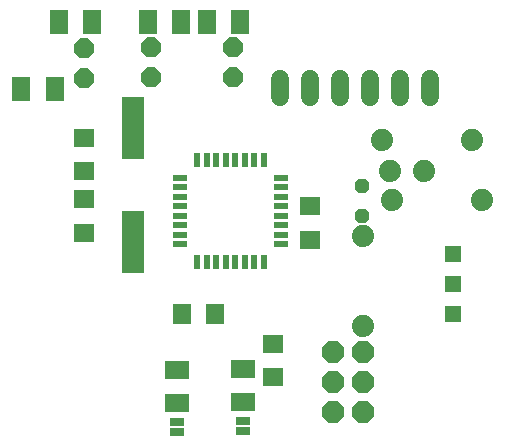
<source format=gbs>
G75*
%MOIN*%
%OFA0B0*%
%FSLAX25Y25*%
%IPPOS*%
%LPD*%
%AMOC8*
5,1,8,0,0,1.08239X$1,22.5*
%
%ADD10C,0.07400*%
%ADD11R,0.07087X0.06299*%
%ADD12R,0.06299X0.07087*%
%ADD13OC8,0.07400*%
%ADD14OC8,0.06600*%
%ADD15C,0.06000*%
%ADD16R,0.07600X0.21000*%
%ADD17R,0.06299X0.07874*%
%ADD18OC8,0.04800*%
%ADD19R,0.07874X0.06299*%
%ADD20R,0.05000X0.02500*%
%ADD21R,0.05315X0.05315*%
%ADD22R,0.05000X0.02200*%
%ADD23R,0.02200X0.05000*%
D10*
X0136027Y0055225D03*
X0136027Y0085225D03*
X0145694Y0097270D03*
X0144974Y0107011D03*
X0142447Y0117077D03*
X0156374Y0107011D03*
X0172447Y0117077D03*
X0175694Y0097270D03*
D11*
X0118481Y0095067D03*
X0118481Y0084044D03*
X0106102Y0049248D03*
X0106102Y0038225D03*
X0043006Y0086369D03*
X0043006Y0097393D03*
X0043083Y0106833D03*
X0043083Y0117856D03*
D12*
X0075610Y0059160D03*
X0086634Y0059160D03*
D13*
X0126160Y0046391D03*
X0136160Y0046391D03*
X0136160Y0036391D03*
X0126160Y0036391D03*
X0126160Y0026391D03*
X0136160Y0026391D03*
D14*
X0092860Y0138249D03*
X0092860Y0148249D03*
X0065373Y0148201D03*
X0065373Y0138201D03*
X0043164Y0137965D03*
X0043164Y0147965D03*
D15*
X0108530Y0137442D02*
X0108530Y0131442D01*
X0118530Y0131442D02*
X0118530Y0137442D01*
X0128530Y0137442D02*
X0128530Y0131442D01*
X0138530Y0131442D02*
X0138530Y0137442D01*
X0148530Y0137442D02*
X0148530Y0131442D01*
X0158530Y0131442D02*
X0158530Y0137442D01*
D16*
X0059463Y0121114D03*
X0059463Y0083114D03*
D17*
X0033228Y0134331D03*
X0022204Y0134331D03*
X0034777Y0156409D03*
X0045801Y0156409D03*
X0064297Y0156528D03*
X0075320Y0156528D03*
X0083923Y0156493D03*
X0094947Y0156493D03*
D18*
X0135832Y0101902D03*
X0135832Y0091902D03*
D19*
X0096200Y0040805D03*
X0096200Y0029782D03*
X0074194Y0029453D03*
X0074194Y0040477D03*
D20*
X0074127Y0020012D03*
X0074127Y0023255D03*
X0096165Y0023503D03*
X0096165Y0020260D03*
D21*
X0166076Y0059091D03*
X0166076Y0069091D03*
X0166076Y0079091D03*
D22*
X0108753Y0082535D03*
X0108753Y0085685D03*
X0108753Y0088834D03*
X0108753Y0091984D03*
X0108753Y0095134D03*
X0108753Y0098283D03*
X0108753Y0101433D03*
X0108753Y0104582D03*
X0074953Y0104582D03*
X0074953Y0101433D03*
X0074953Y0098283D03*
X0074953Y0095134D03*
X0074953Y0091984D03*
X0074953Y0088834D03*
X0074953Y0085685D03*
X0074953Y0082535D03*
D23*
X0080830Y0076659D03*
X0083979Y0076659D03*
X0087129Y0076659D03*
X0090278Y0076659D03*
X0093428Y0076659D03*
X0096578Y0076659D03*
X0099727Y0076659D03*
X0102877Y0076659D03*
X0102877Y0110459D03*
X0099727Y0110459D03*
X0096578Y0110459D03*
X0093428Y0110459D03*
X0090278Y0110459D03*
X0087129Y0110459D03*
X0083979Y0110459D03*
X0080830Y0110459D03*
M02*

</source>
